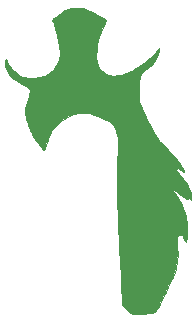
<source format=gbr>
%TF.GenerationSoftware,KiCad,Pcbnew,(6.0.4)*%
%TF.CreationDate,2022-09-08T21:09:09+03:00*%
%TF.ProjectId,purrCat2032,70757272-4361-4743-9230-33322e6b6963,rev?*%
%TF.SameCoordinates,Original*%
%TF.FileFunction,Legend,Top*%
%TF.FilePolarity,Positive*%
%FSLAX46Y46*%
G04 Gerber Fmt 4.6, Leading zero omitted, Abs format (unit mm)*
G04 Created by KiCad (PCBNEW (6.0.4)) date 2022-09-08 21:09:09*
%MOMM*%
%LPD*%
G01*
G04 APERTURE LIST*
%ADD10C,0.010000*%
G04 APERTURE END LIST*
%TO.C,Ref\u002A\u002A*%
G36*
X33883266Y-35951699D02*
G01*
X33978970Y-35955088D01*
X34056463Y-35962725D01*
X34127796Y-35976014D01*
X34205018Y-35996362D01*
X34244137Y-36007966D01*
X34425476Y-36065996D01*
X34601525Y-36129389D01*
X34777076Y-36200548D01*
X34956917Y-36281876D01*
X35145837Y-36375776D01*
X35348628Y-36484651D01*
X35570077Y-36610903D01*
X35814976Y-36756937D01*
X36088114Y-36925154D01*
X36152295Y-36965269D01*
X36169984Y-36977862D01*
X36178613Y-36993045D01*
X36176072Y-37017353D01*
X36160246Y-37057322D01*
X36129025Y-37119488D01*
X36080295Y-37210386D01*
X36062407Y-37243385D01*
X35882203Y-37601266D01*
X35726062Y-37964345D01*
X35596515Y-38325462D01*
X35496096Y-38677459D01*
X35427334Y-39013175D01*
X35420251Y-39059336D01*
X35407960Y-39160148D01*
X35395438Y-39292548D01*
X35383382Y-39445798D01*
X35372490Y-39609163D01*
X35363459Y-39771907D01*
X35356987Y-39923294D01*
X35353773Y-40052588D01*
X35353547Y-40085769D01*
X35356963Y-40197115D01*
X35366261Y-40313469D01*
X35379656Y-40414339D01*
X35384337Y-40439142D01*
X35438488Y-40631370D01*
X35518778Y-40825790D01*
X35619251Y-41011495D01*
X35733946Y-41177577D01*
X35856906Y-41313130D01*
X35866747Y-41322171D01*
X35960635Y-41395995D01*
X36078330Y-41472052D01*
X36208159Y-41544227D01*
X36338446Y-41606407D01*
X36457518Y-41652477D01*
X36538317Y-41673894D01*
X36699940Y-41691391D01*
X36889620Y-41692271D01*
X37096947Y-41677586D01*
X37311510Y-41648388D01*
X37522896Y-41605732D01*
X37703943Y-41556035D01*
X37838642Y-41511048D01*
X37967687Y-41462244D01*
X38096066Y-41406946D01*
X38228766Y-41342478D01*
X38370773Y-41266165D01*
X38527074Y-41175331D01*
X38702657Y-41067301D01*
X38902508Y-40939399D01*
X39123053Y-40794620D01*
X39419554Y-40591967D01*
X39679387Y-40400551D01*
X39905794Y-40217488D01*
X40102014Y-40039895D01*
X40271291Y-39864887D01*
X40416865Y-39689581D01*
X40508493Y-39562045D01*
X40565719Y-39479114D01*
X40615368Y-39410814D01*
X40652339Y-39363910D01*
X40671530Y-39345169D01*
X40672065Y-39345086D01*
X40687683Y-39363556D01*
X40688671Y-39414724D01*
X40676720Y-39492228D01*
X40653524Y-39589707D01*
X40620773Y-39700800D01*
X40580162Y-39819144D01*
X40533381Y-39938378D01*
X40486254Y-40043586D01*
X40405464Y-40200735D01*
X40313994Y-40359875D01*
X40217207Y-40512949D01*
X40120463Y-40651899D01*
X40029124Y-40768667D01*
X39948550Y-40855196D01*
X39942588Y-40860700D01*
X39884630Y-40909904D01*
X39801260Y-40976055D01*
X39701830Y-41051946D01*
X39595695Y-41130372D01*
X39547050Y-41165420D01*
X39403074Y-41271203D01*
X39290792Y-41362153D01*
X39205225Y-41444583D01*
X39141395Y-41524807D01*
X39094321Y-41609140D01*
X39059025Y-41703893D01*
X39030528Y-41815382D01*
X39029021Y-41822296D01*
X39011794Y-41924700D01*
X38996745Y-42058733D01*
X38983959Y-42218304D01*
X38973519Y-42397320D01*
X38965507Y-42589689D01*
X38960008Y-42789321D01*
X38957105Y-42990121D01*
X38956880Y-43186000D01*
X38959418Y-43370864D01*
X38964801Y-43538623D01*
X38973113Y-43683183D01*
X38984436Y-43798453D01*
X38998855Y-43878342D01*
X39000820Y-43885336D01*
X39029659Y-43972063D01*
X39073167Y-44089635D01*
X39128310Y-44230884D01*
X39192051Y-44388641D01*
X39261355Y-44555738D01*
X39333186Y-44725007D01*
X39404508Y-44889279D01*
X39472285Y-45041387D01*
X39533483Y-45174161D01*
X39585063Y-45280434D01*
X39617994Y-45342667D01*
X39676941Y-45448929D01*
X39747117Y-45578941D01*
X39820970Y-45718517D01*
X39890945Y-45853468D01*
X39912709Y-45896170D01*
X40048661Y-46158925D01*
X40182950Y-46408035D01*
X40312367Y-46637874D01*
X40433704Y-46842812D01*
X40543753Y-47017223D01*
X40596057Y-47094857D01*
X40687609Y-47220338D01*
X40777450Y-47327183D01*
X40878716Y-47429983D01*
X40982628Y-47524241D01*
X41135329Y-47664814D01*
X41308711Y-47836808D01*
X41499521Y-48036723D01*
X41704507Y-48261059D01*
X41920418Y-48506318D01*
X42144001Y-48769001D01*
X42184232Y-48817170D01*
X42288501Y-48943540D01*
X42370992Y-49047217D01*
X42437888Y-49137293D01*
X42495370Y-49222861D01*
X42549623Y-49313011D01*
X42606828Y-49416835D01*
X42657284Y-49512791D01*
X42719872Y-49639438D01*
X42757457Y-49732196D01*
X42769128Y-49791988D01*
X42753972Y-49819734D01*
X42711079Y-49816356D01*
X42639537Y-49782777D01*
X42538435Y-49719916D01*
X42486936Y-49685004D01*
X42394673Y-49624652D01*
X42315399Y-49579077D01*
X42256880Y-49552504D01*
X42233971Y-49547420D01*
X42181071Y-49558090D01*
X42129019Y-49583985D01*
X42093395Y-49615930D01*
X42086387Y-49634326D01*
X42100310Y-49656199D01*
X42138684Y-49702576D01*
X42196414Y-49767640D01*
X42268406Y-49845577D01*
X42309022Y-49888460D01*
X42479010Y-50077654D01*
X42636629Y-50277675D01*
X42786572Y-50495517D01*
X42933530Y-50738176D01*
X43082195Y-51012645D01*
X43141517Y-51129555D01*
X43211219Y-51273172D01*
X43262964Y-51391062D01*
X43300403Y-51493903D01*
X43327182Y-51592375D01*
X43346950Y-51697156D01*
X43355388Y-51755576D01*
X43364430Y-51838282D01*
X43371373Y-51930745D01*
X43375936Y-52023524D01*
X43377836Y-52107176D01*
X43376793Y-52172261D01*
X43372523Y-52209336D01*
X43369086Y-52214420D01*
X43350579Y-52200791D01*
X43312754Y-52166026D01*
X43286536Y-52140336D01*
X43239720Y-52097323D01*
X43203308Y-52070596D01*
X43192124Y-52066253D01*
X43163583Y-52077295D01*
X43115298Y-52105151D01*
X43092025Y-52120386D01*
X43038776Y-52151011D01*
X42997271Y-52165270D01*
X42986733Y-52164725D01*
X42963713Y-52149499D01*
X42912127Y-52111708D01*
X42836698Y-52054931D01*
X42742153Y-51982752D01*
X42633216Y-51898751D01*
X42529090Y-51817811D01*
X42362863Y-51688407D01*
X42226668Y-51583134D01*
X42117398Y-51499783D01*
X42031944Y-51436143D01*
X41967199Y-51390005D01*
X41920055Y-51359160D01*
X41887403Y-51341397D01*
X41866136Y-51334508D01*
X41853146Y-51336284D01*
X41852389Y-51336722D01*
X41838150Y-51356171D01*
X41840803Y-51389502D01*
X41862230Y-51440086D01*
X41904316Y-51511295D01*
X41968944Y-51606501D01*
X42057996Y-51729075D01*
X42111599Y-51800787D01*
X42257097Y-52003456D01*
X42382516Y-52200189D01*
X42493846Y-52402111D01*
X42597078Y-52620342D01*
X42698203Y-52866007D01*
X42729526Y-52948049D01*
X42795666Y-53128877D01*
X42850197Y-53291337D01*
X42894328Y-53442645D01*
X42929266Y-53590018D01*
X42956219Y-53740675D01*
X42976397Y-53901832D01*
X42991005Y-54080707D01*
X43001253Y-54284516D01*
X43008349Y-54520479D01*
X43010613Y-54627420D01*
X43013814Y-54888547D01*
X43012804Y-55117563D01*
X43007679Y-55312789D01*
X42998536Y-55472549D01*
X42985470Y-55595164D01*
X42968578Y-55678959D01*
X42947956Y-55722255D01*
X42947940Y-55722271D01*
X42923585Y-55738496D01*
X42899412Y-55726643D01*
X42873755Y-55696870D01*
X42844259Y-55647645D01*
X42810771Y-55574488D01*
X42783531Y-55501764D01*
X42726126Y-55371266D01*
X42653402Y-55271581D01*
X42569596Y-55204682D01*
X42478943Y-55172541D01*
X42385677Y-55177131D01*
X42294036Y-55220423D01*
X42252826Y-55254609D01*
X42219932Y-55290556D01*
X42194497Y-55331204D01*
X42176178Y-55381355D01*
X42164631Y-55445813D01*
X42159513Y-55529379D01*
X42160480Y-55636856D01*
X42167188Y-55773046D01*
X42179294Y-55942753D01*
X42192254Y-56101367D01*
X42209020Y-56311053D01*
X42220804Y-56486934D01*
X42227929Y-56637201D01*
X42230717Y-56770048D01*
X42229490Y-56893669D01*
X42226617Y-56974646D01*
X42206355Y-57252953D01*
X42171146Y-57539137D01*
X42122894Y-57823525D01*
X42063506Y-58096444D01*
X41994886Y-58348219D01*
X41918940Y-58569178D01*
X41906361Y-58600717D01*
X41878214Y-58665393D01*
X41834375Y-58760355D01*
X41776589Y-58882137D01*
X41706602Y-59027270D01*
X41626159Y-59192289D01*
X41537004Y-59373726D01*
X41440883Y-59568113D01*
X41339542Y-59771985D01*
X41234724Y-59981873D01*
X41128175Y-60194311D01*
X41021641Y-60405831D01*
X40916866Y-60612967D01*
X40815595Y-60812252D01*
X40719574Y-61000218D01*
X40630548Y-61173398D01*
X40550261Y-61328326D01*
X40480460Y-61461533D01*
X40422888Y-61569554D01*
X40379291Y-61648921D01*
X40351415Y-61696167D01*
X40342236Y-61708240D01*
X40304584Y-61722820D01*
X40234809Y-61741027D01*
X40142704Y-61760589D01*
X40038067Y-61779231D01*
X40032962Y-61780053D01*
X39752960Y-61821797D01*
X39489330Y-61854907D01*
X39246500Y-61879048D01*
X39028903Y-61893886D01*
X38840969Y-61899086D01*
X38687131Y-61894311D01*
X38617424Y-61887141D01*
X38457244Y-61848371D01*
X38288750Y-61774825D01*
X38109903Y-61665302D01*
X37918662Y-61518604D01*
X37772955Y-61390032D01*
X37681614Y-61303153D01*
X37616322Y-61231703D01*
X37572123Y-61164995D01*
X37544059Y-61092340D01*
X37527172Y-61003048D01*
X37516504Y-60886432D01*
X37512835Y-60829209D01*
X37504461Y-60680212D01*
X37495110Y-60494254D01*
X37485008Y-60276689D01*
X37474381Y-60032870D01*
X37463454Y-59768153D01*
X37452454Y-59487892D01*
X37441605Y-59197442D01*
X37431134Y-58902156D01*
X37428989Y-58839586D01*
X37421338Y-58639169D01*
X37411463Y-58417251D01*
X37400055Y-58187263D01*
X37387806Y-57962634D01*
X37375406Y-57756797D01*
X37366398Y-57622503D01*
X37351737Y-57411915D01*
X37338298Y-57209204D01*
X37325741Y-57008123D01*
X37313726Y-56802427D01*
X37301912Y-56585872D01*
X37289960Y-56352211D01*
X37277528Y-56095199D01*
X37264277Y-55808591D01*
X37249866Y-55486141D01*
X37249334Y-55474086D01*
X37239870Y-55260259D01*
X37229287Y-55022729D01*
X37218167Y-54774446D01*
X37207091Y-54528361D01*
X37196641Y-54297426D01*
X37187398Y-54094591D01*
X37186597Y-54077086D01*
X37177659Y-53874282D01*
X37168047Y-53642655D01*
X37158284Y-53395701D01*
X37148890Y-53146914D01*
X37140389Y-52909789D01*
X37133410Y-52701253D01*
X37126806Y-52497016D01*
X37119491Y-52275287D01*
X37111858Y-52047779D01*
X37104306Y-51826200D01*
X37097230Y-51622262D01*
X37091026Y-51447676D01*
X37090432Y-51431253D01*
X37074640Y-50885707D01*
X37068352Y-50374250D01*
X37071720Y-49889685D01*
X37084897Y-49424813D01*
X37108034Y-48972437D01*
X37141283Y-48525359D01*
X37154975Y-48372670D01*
X37180999Y-48041697D01*
X37193546Y-47742368D01*
X37192386Y-47466119D01*
X37177290Y-47204385D01*
X37148026Y-46948603D01*
X37110558Y-46722635D01*
X37058981Y-46483044D01*
X36999321Y-46278784D01*
X36927768Y-46103067D01*
X36840513Y-45949107D01*
X36733745Y-45810117D01*
X36603655Y-45679309D01*
X36456620Y-45557685D01*
X36383322Y-45503847D01*
X36324310Y-45469726D01*
X36262853Y-45448324D01*
X36182222Y-45432644D01*
X36143791Y-45426834D01*
X36057272Y-45412210D01*
X35988205Y-45393782D01*
X35922497Y-45365940D01*
X35846057Y-45323071D01*
X35779874Y-45281915D01*
X35488431Y-45121787D01*
X35169813Y-44993758D01*
X34955535Y-44929650D01*
X34867435Y-44907062D01*
X34793564Y-44890417D01*
X34724647Y-44878790D01*
X34651406Y-44871254D01*
X34564568Y-44866883D01*
X34454855Y-44864750D01*
X34312993Y-44863929D01*
X34297053Y-44863885D01*
X34064376Y-44866366D01*
X33865274Y-44876270D01*
X33691381Y-44895265D01*
X33534331Y-44925022D01*
X33385758Y-44967210D01*
X33237297Y-45023498D01*
X33080582Y-45095556D01*
X33043445Y-45114054D01*
X32803218Y-45244937D01*
X32580898Y-45387914D01*
X32367544Y-45549730D01*
X32154211Y-45737135D01*
X31946851Y-45941478D01*
X31824846Y-46069485D01*
X31719803Y-46186068D01*
X31629048Y-46296419D01*
X31549904Y-46405731D01*
X31479696Y-46519194D01*
X31415748Y-46642002D01*
X31355384Y-46779345D01*
X31295927Y-46936415D01*
X31234704Y-47118405D01*
X31169036Y-47330507D01*
X31096249Y-47577911D01*
X31087058Y-47609702D01*
X31036789Y-47767552D01*
X30988916Y-47883997D01*
X30942952Y-47959867D01*
X30898412Y-47995992D01*
X30860862Y-47995900D01*
X30832837Y-47972379D01*
X30785157Y-47918104D01*
X30721182Y-47837853D01*
X30644275Y-47736400D01*
X30557796Y-47618523D01*
X30465107Y-47488998D01*
X30369569Y-47352600D01*
X30274544Y-47214106D01*
X30183393Y-47078292D01*
X30099478Y-46949934D01*
X30026159Y-46833808D01*
X29966799Y-46734691D01*
X29941731Y-46689920D01*
X29883859Y-46574117D01*
X29818136Y-46427804D01*
X29747469Y-46258845D01*
X29674766Y-46075101D01*
X29602934Y-45884437D01*
X29534881Y-45694715D01*
X29473514Y-45513798D01*
X29421742Y-45349549D01*
X29382472Y-45209831D01*
X29362518Y-45123586D01*
X29351780Y-45044309D01*
X29343651Y-44933515D01*
X29338707Y-44801972D01*
X29337527Y-44660449D01*
X29337543Y-44657920D01*
X29338833Y-44541368D01*
X29342099Y-44445187D01*
X29349073Y-44361379D01*
X29361488Y-44281946D01*
X29381074Y-44198891D01*
X29409564Y-44104216D01*
X29448690Y-43989922D01*
X29500183Y-43848014D01*
X29531018Y-43764450D01*
X29616141Y-43511789D01*
X29673058Y-43290366D01*
X29701808Y-43099889D01*
X29702431Y-42940062D01*
X29674967Y-42810593D01*
X29663675Y-42782843D01*
X29648548Y-42752712D01*
X29629819Y-42726561D01*
X29602109Y-42700887D01*
X29560038Y-42672185D01*
X29498229Y-42636952D01*
X29411302Y-42591686D01*
X29293878Y-42532882D01*
X29235514Y-42503969D01*
X28927706Y-42342671D01*
X28651408Y-42177980D01*
X28395925Y-42003204D01*
X28220594Y-41868750D01*
X28118486Y-41781630D01*
X28039676Y-41699872D01*
X27970442Y-41608308D01*
X27933184Y-41551006D01*
X27835200Y-41379703D01*
X27749400Y-41200758D01*
X27679864Y-41024372D01*
X27630671Y-40860741D01*
X27607651Y-40737174D01*
X27597519Y-40599764D01*
X27600220Y-40483705D01*
X27614789Y-40393366D01*
X27640265Y-40333116D01*
X27675683Y-40307324D01*
X27701780Y-40310386D01*
X27721788Y-40333669D01*
X27752128Y-40387256D01*
X27787892Y-40461961D01*
X27809277Y-40511567D01*
X27900016Y-40701663D01*
X28011323Y-40879993D01*
X28148049Y-41052639D01*
X28315043Y-41225678D01*
X28517158Y-41405192D01*
X28532232Y-41417732D01*
X28726864Y-41568214D01*
X28911393Y-41685996D01*
X29096046Y-41775508D01*
X29291053Y-41841183D01*
X29506643Y-41887450D01*
X29668355Y-41909873D01*
X29908335Y-41920680D01*
X30175870Y-41901461D01*
X30468884Y-41852423D01*
X30645803Y-41811388D01*
X30839812Y-41759187D01*
X30999845Y-41708064D01*
X31133910Y-41653671D01*
X31250013Y-41591657D01*
X31356163Y-41517673D01*
X31460367Y-41427372D01*
X31570634Y-41316404D01*
X31584659Y-41301487D01*
X31741868Y-41119328D01*
X31884446Y-40926273D01*
X32008050Y-40729674D01*
X32108336Y-40536881D01*
X32180963Y-40355245D01*
X32213259Y-40237540D01*
X32228291Y-40134678D01*
X32237994Y-39999788D01*
X32242386Y-39842837D01*
X32241485Y-39673793D01*
X32235308Y-39502622D01*
X32223875Y-39339291D01*
X32211413Y-39224462D01*
X32132787Y-38734789D01*
X32024303Y-38236690D01*
X31889569Y-37744396D01*
X31732194Y-37272142D01*
X31683915Y-37143762D01*
X31606241Y-36942688D01*
X31665952Y-36889336D01*
X31720374Y-36844488D01*
X31802689Y-36781396D01*
X31905564Y-36705295D01*
X32021666Y-36621420D01*
X32143663Y-36535005D01*
X32264220Y-36451286D01*
X32376007Y-36375497D01*
X32471689Y-36312873D01*
X32487303Y-36302982D01*
X32728478Y-36168346D01*
X32972401Y-36068065D01*
X33227046Y-35999932D01*
X33500385Y-35961738D01*
X33757303Y-35951149D01*
X33883266Y-35951699D01*
G37*
D10*
X33883266Y-35951699D02*
X33978970Y-35955088D01*
X34056463Y-35962725D01*
X34127796Y-35976014D01*
X34205018Y-35996362D01*
X34244137Y-36007966D01*
X34425476Y-36065996D01*
X34601525Y-36129389D01*
X34777076Y-36200548D01*
X34956917Y-36281876D01*
X35145837Y-36375776D01*
X35348628Y-36484651D01*
X35570077Y-36610903D01*
X35814976Y-36756937D01*
X36088114Y-36925154D01*
X36152295Y-36965269D01*
X36169984Y-36977862D01*
X36178613Y-36993045D01*
X36176072Y-37017353D01*
X36160246Y-37057322D01*
X36129025Y-37119488D01*
X36080295Y-37210386D01*
X36062407Y-37243385D01*
X35882203Y-37601266D01*
X35726062Y-37964345D01*
X35596515Y-38325462D01*
X35496096Y-38677459D01*
X35427334Y-39013175D01*
X35420251Y-39059336D01*
X35407960Y-39160148D01*
X35395438Y-39292548D01*
X35383382Y-39445798D01*
X35372490Y-39609163D01*
X35363459Y-39771907D01*
X35356987Y-39923294D01*
X35353773Y-40052588D01*
X35353547Y-40085769D01*
X35356963Y-40197115D01*
X35366261Y-40313469D01*
X35379656Y-40414339D01*
X35384337Y-40439142D01*
X35438488Y-40631370D01*
X35518778Y-40825790D01*
X35619251Y-41011495D01*
X35733946Y-41177577D01*
X35856906Y-41313130D01*
X35866747Y-41322171D01*
X35960635Y-41395995D01*
X36078330Y-41472052D01*
X36208159Y-41544227D01*
X36338446Y-41606407D01*
X36457518Y-41652477D01*
X36538317Y-41673894D01*
X36699940Y-41691391D01*
X36889620Y-41692271D01*
X37096947Y-41677586D01*
X37311510Y-41648388D01*
X37522896Y-41605732D01*
X37703943Y-41556035D01*
X37838642Y-41511048D01*
X37967687Y-41462244D01*
X38096066Y-41406946D01*
X38228766Y-41342478D01*
X38370773Y-41266165D01*
X38527074Y-41175331D01*
X38702657Y-41067301D01*
X38902508Y-40939399D01*
X39123053Y-40794620D01*
X39419554Y-40591967D01*
X39679387Y-40400551D01*
X39905794Y-40217488D01*
X40102014Y-40039895D01*
X40271291Y-39864887D01*
X40416865Y-39689581D01*
X40508493Y-39562045D01*
X40565719Y-39479114D01*
X40615368Y-39410814D01*
X40652339Y-39363910D01*
X40671530Y-39345169D01*
X40672065Y-39345086D01*
X40687683Y-39363556D01*
X40688671Y-39414724D01*
X40676720Y-39492228D01*
X40653524Y-39589707D01*
X40620773Y-39700800D01*
X40580162Y-39819144D01*
X40533381Y-39938378D01*
X40486254Y-40043586D01*
X40405464Y-40200735D01*
X40313994Y-40359875D01*
X40217207Y-40512949D01*
X40120463Y-40651899D01*
X40029124Y-40768667D01*
X39948550Y-40855196D01*
X39942588Y-40860700D01*
X39884630Y-40909904D01*
X39801260Y-40976055D01*
X39701830Y-41051946D01*
X39595695Y-41130372D01*
X39547050Y-41165420D01*
X39403074Y-41271203D01*
X39290792Y-41362153D01*
X39205225Y-41444583D01*
X39141395Y-41524807D01*
X39094321Y-41609140D01*
X39059025Y-41703893D01*
X39030528Y-41815382D01*
X39029021Y-41822296D01*
X39011794Y-41924700D01*
X38996745Y-42058733D01*
X38983959Y-42218304D01*
X38973519Y-42397320D01*
X38965507Y-42589689D01*
X38960008Y-42789321D01*
X38957105Y-42990121D01*
X38956880Y-43186000D01*
X38959418Y-43370864D01*
X38964801Y-43538623D01*
X38973113Y-43683183D01*
X38984436Y-43798453D01*
X38998855Y-43878342D01*
X39000820Y-43885336D01*
X39029659Y-43972063D01*
X39073167Y-44089635D01*
X39128310Y-44230884D01*
X39192051Y-44388641D01*
X39261355Y-44555738D01*
X39333186Y-44725007D01*
X39404508Y-44889279D01*
X39472285Y-45041387D01*
X39533483Y-45174161D01*
X39585063Y-45280434D01*
X39617994Y-45342667D01*
X39676941Y-45448929D01*
X39747117Y-45578941D01*
X39820970Y-45718517D01*
X39890945Y-45853468D01*
X39912709Y-45896170D01*
X40048661Y-46158925D01*
X40182950Y-46408035D01*
X40312367Y-46637874D01*
X40433704Y-46842812D01*
X40543753Y-47017223D01*
X40596057Y-47094857D01*
X40687609Y-47220338D01*
X40777450Y-47327183D01*
X40878716Y-47429983D01*
X40982628Y-47524241D01*
X41135329Y-47664814D01*
X41308711Y-47836808D01*
X41499521Y-48036723D01*
X41704507Y-48261059D01*
X41920418Y-48506318D01*
X42144001Y-48769001D01*
X42184232Y-48817170D01*
X42288501Y-48943540D01*
X42370992Y-49047217D01*
X42437888Y-49137293D01*
X42495370Y-49222861D01*
X42549623Y-49313011D01*
X42606828Y-49416835D01*
X42657284Y-49512791D01*
X42719872Y-49639438D01*
X42757457Y-49732196D01*
X42769128Y-49791988D01*
X42753972Y-49819734D01*
X42711079Y-49816356D01*
X42639537Y-49782777D01*
X42538435Y-49719916D01*
X42486936Y-49685004D01*
X42394673Y-49624652D01*
X42315399Y-49579077D01*
X42256880Y-49552504D01*
X42233971Y-49547420D01*
X42181071Y-49558090D01*
X42129019Y-49583985D01*
X42093395Y-49615930D01*
X42086387Y-49634326D01*
X42100310Y-49656199D01*
X42138684Y-49702576D01*
X42196414Y-49767640D01*
X42268406Y-49845577D01*
X42309022Y-49888460D01*
X42479010Y-50077654D01*
X42636629Y-50277675D01*
X42786572Y-50495517D01*
X42933530Y-50738176D01*
X43082195Y-51012645D01*
X43141517Y-51129555D01*
X43211219Y-51273172D01*
X43262964Y-51391062D01*
X43300403Y-51493903D01*
X43327182Y-51592375D01*
X43346950Y-51697156D01*
X43355388Y-51755576D01*
X43364430Y-51838282D01*
X43371373Y-51930745D01*
X43375936Y-52023524D01*
X43377836Y-52107176D01*
X43376793Y-52172261D01*
X43372523Y-52209336D01*
X43369086Y-52214420D01*
X43350579Y-52200791D01*
X43312754Y-52166026D01*
X43286536Y-52140336D01*
X43239720Y-52097323D01*
X43203308Y-52070596D01*
X43192124Y-52066253D01*
X43163583Y-52077295D01*
X43115298Y-52105151D01*
X43092025Y-52120386D01*
X43038776Y-52151011D01*
X42997271Y-52165270D01*
X42986733Y-52164725D01*
X42963713Y-52149499D01*
X42912127Y-52111708D01*
X42836698Y-52054931D01*
X42742153Y-51982752D01*
X42633216Y-51898751D01*
X42529090Y-51817811D01*
X42362863Y-51688407D01*
X42226668Y-51583134D01*
X42117398Y-51499783D01*
X42031944Y-51436143D01*
X41967199Y-51390005D01*
X41920055Y-51359160D01*
X41887403Y-51341397D01*
X41866136Y-51334508D01*
X41853146Y-51336284D01*
X41852389Y-51336722D01*
X41838150Y-51356171D01*
X41840803Y-51389502D01*
X41862230Y-51440086D01*
X41904316Y-51511295D01*
X41968944Y-51606501D01*
X42057996Y-51729075D01*
X42111599Y-51800787D01*
X42257097Y-52003456D01*
X42382516Y-52200189D01*
X42493846Y-52402111D01*
X42597078Y-52620342D01*
X42698203Y-52866007D01*
X42729526Y-52948049D01*
X42795666Y-53128877D01*
X42850197Y-53291337D01*
X42894328Y-53442645D01*
X42929266Y-53590018D01*
X42956219Y-53740675D01*
X42976397Y-53901832D01*
X42991005Y-54080707D01*
X43001253Y-54284516D01*
X43008349Y-54520479D01*
X43010613Y-54627420D01*
X43013814Y-54888547D01*
X43012804Y-55117563D01*
X43007679Y-55312789D01*
X42998536Y-55472549D01*
X42985470Y-55595164D01*
X42968578Y-55678959D01*
X42947956Y-55722255D01*
X42947940Y-55722271D01*
X42923585Y-55738496D01*
X42899412Y-55726643D01*
X42873755Y-55696870D01*
X42844259Y-55647645D01*
X42810771Y-55574488D01*
X42783531Y-55501764D01*
X42726126Y-55371266D01*
X42653402Y-55271581D01*
X42569596Y-55204682D01*
X42478943Y-55172541D01*
X42385677Y-55177131D01*
X42294036Y-55220423D01*
X42252826Y-55254609D01*
X42219932Y-55290556D01*
X42194497Y-55331204D01*
X42176178Y-55381355D01*
X42164631Y-55445813D01*
X42159513Y-55529379D01*
X42160480Y-55636856D01*
X42167188Y-55773046D01*
X42179294Y-55942753D01*
X42192254Y-56101367D01*
X42209020Y-56311053D01*
X42220804Y-56486934D01*
X42227929Y-56637201D01*
X42230717Y-56770048D01*
X42229490Y-56893669D01*
X42226617Y-56974646D01*
X42206355Y-57252953D01*
X42171146Y-57539137D01*
X42122894Y-57823525D01*
X42063506Y-58096444D01*
X41994886Y-58348219D01*
X41918940Y-58569178D01*
X41906361Y-58600717D01*
X41878214Y-58665393D01*
X41834375Y-58760355D01*
X41776589Y-58882137D01*
X41706602Y-59027270D01*
X41626159Y-59192289D01*
X41537004Y-59373726D01*
X41440883Y-59568113D01*
X41339542Y-59771985D01*
X41234724Y-59981873D01*
X41128175Y-60194311D01*
X41021641Y-60405831D01*
X40916866Y-60612967D01*
X40815595Y-60812252D01*
X40719574Y-61000218D01*
X40630548Y-61173398D01*
X40550261Y-61328326D01*
X40480460Y-61461533D01*
X40422888Y-61569554D01*
X40379291Y-61648921D01*
X40351415Y-61696167D01*
X40342236Y-61708240D01*
X40304584Y-61722820D01*
X40234809Y-61741027D01*
X40142704Y-61760589D01*
X40038067Y-61779231D01*
X40032962Y-61780053D01*
X39752960Y-61821797D01*
X39489330Y-61854907D01*
X39246500Y-61879048D01*
X39028903Y-61893886D01*
X38840969Y-61899086D01*
X38687131Y-61894311D01*
X38617424Y-61887141D01*
X38457244Y-61848371D01*
X38288750Y-61774825D01*
X38109903Y-61665302D01*
X37918662Y-61518604D01*
X37772955Y-61390032D01*
X37681614Y-61303153D01*
X37616322Y-61231703D01*
X37572123Y-61164995D01*
X37544059Y-61092340D01*
X37527172Y-61003048D01*
X37516504Y-60886432D01*
X37512835Y-60829209D01*
X37504461Y-60680212D01*
X37495110Y-60494254D01*
X37485008Y-60276689D01*
X37474381Y-60032870D01*
X37463454Y-59768153D01*
X37452454Y-59487892D01*
X37441605Y-59197442D01*
X37431134Y-58902156D01*
X37428989Y-58839586D01*
X37421338Y-58639169D01*
X37411463Y-58417251D01*
X37400055Y-58187263D01*
X37387806Y-57962634D01*
X37375406Y-57756797D01*
X37366398Y-57622503D01*
X37351737Y-57411915D01*
X37338298Y-57209204D01*
X37325741Y-57008123D01*
X37313726Y-56802427D01*
X37301912Y-56585872D01*
X37289960Y-56352211D01*
X37277528Y-56095199D01*
X37264277Y-55808591D01*
X37249866Y-55486141D01*
X37249334Y-55474086D01*
X37239870Y-55260259D01*
X37229287Y-55022729D01*
X37218167Y-54774446D01*
X37207091Y-54528361D01*
X37196641Y-54297426D01*
X37187398Y-54094591D01*
X37186597Y-54077086D01*
X37177659Y-53874282D01*
X37168047Y-53642655D01*
X37158284Y-53395701D01*
X37148890Y-53146914D01*
X37140389Y-52909789D01*
X37133410Y-52701253D01*
X37126806Y-52497016D01*
X37119491Y-52275287D01*
X37111858Y-52047779D01*
X37104306Y-51826200D01*
X37097230Y-51622262D01*
X37091026Y-51447676D01*
X37090432Y-51431253D01*
X37074640Y-50885707D01*
X37068352Y-50374250D01*
X37071720Y-49889685D01*
X37084897Y-49424813D01*
X37108034Y-48972437D01*
X37141283Y-48525359D01*
X37154975Y-48372670D01*
X37180999Y-48041697D01*
X37193546Y-47742368D01*
X37192386Y-47466119D01*
X37177290Y-47204385D01*
X37148026Y-46948603D01*
X37110558Y-46722635D01*
X37058981Y-46483044D01*
X36999321Y-46278784D01*
X36927768Y-46103067D01*
X36840513Y-45949107D01*
X36733745Y-45810117D01*
X36603655Y-45679309D01*
X36456620Y-45557685D01*
X36383322Y-45503847D01*
X36324310Y-45469726D01*
X36262853Y-45448324D01*
X36182222Y-45432644D01*
X36143791Y-45426834D01*
X36057272Y-45412210D01*
X35988205Y-45393782D01*
X35922497Y-45365940D01*
X35846057Y-45323071D01*
X35779874Y-45281915D01*
X35488431Y-45121787D01*
X35169813Y-44993758D01*
X34955535Y-44929650D01*
X34867435Y-44907062D01*
X34793564Y-44890417D01*
X34724647Y-44878790D01*
X34651406Y-44871254D01*
X34564568Y-44866883D01*
X34454855Y-44864750D01*
X34312993Y-44863929D01*
X34297053Y-44863885D01*
X34064376Y-44866366D01*
X33865274Y-44876270D01*
X33691381Y-44895265D01*
X33534331Y-44925022D01*
X33385758Y-44967210D01*
X33237297Y-45023498D01*
X33080582Y-45095556D01*
X33043445Y-45114054D01*
X32803218Y-45244937D01*
X32580898Y-45387914D01*
X32367544Y-45549730D01*
X32154211Y-45737135D01*
X31946851Y-45941478D01*
X31824846Y-46069485D01*
X31719803Y-46186068D01*
X31629048Y-46296419D01*
X31549904Y-46405731D01*
X31479696Y-46519194D01*
X31415748Y-46642002D01*
X31355384Y-46779345D01*
X31295927Y-46936415D01*
X31234704Y-47118405D01*
X31169036Y-47330507D01*
X31096249Y-47577911D01*
X31087058Y-47609702D01*
X31036789Y-47767552D01*
X30988916Y-47883997D01*
X30942952Y-47959867D01*
X30898412Y-47995992D01*
X30860862Y-47995900D01*
X30832837Y-47972379D01*
X30785157Y-47918104D01*
X30721182Y-47837853D01*
X30644275Y-47736400D01*
X30557796Y-47618523D01*
X30465107Y-47488998D01*
X30369569Y-47352600D01*
X30274544Y-47214106D01*
X30183393Y-47078292D01*
X30099478Y-46949934D01*
X30026159Y-46833808D01*
X29966799Y-46734691D01*
X29941731Y-46689920D01*
X29883859Y-46574117D01*
X29818136Y-46427804D01*
X29747469Y-46258845D01*
X29674766Y-46075101D01*
X29602934Y-45884437D01*
X29534881Y-45694715D01*
X29473514Y-45513798D01*
X29421742Y-45349549D01*
X29382472Y-45209831D01*
X29362518Y-45123586D01*
X29351780Y-45044309D01*
X29343651Y-44933515D01*
X29338707Y-44801972D01*
X29337527Y-44660449D01*
X29337543Y-44657920D01*
X29338833Y-44541368D01*
X29342099Y-44445187D01*
X29349073Y-44361379D01*
X29361488Y-44281946D01*
X29381074Y-44198891D01*
X29409564Y-44104216D01*
X29448690Y-43989922D01*
X29500183Y-43848014D01*
X29531018Y-43764450D01*
X29616141Y-43511789D01*
X29673058Y-43290366D01*
X29701808Y-43099889D01*
X29702431Y-42940062D01*
X29674967Y-42810593D01*
X29663675Y-42782843D01*
X29648548Y-42752712D01*
X29629819Y-42726561D01*
X29602109Y-42700887D01*
X29560038Y-42672185D01*
X29498229Y-42636952D01*
X29411302Y-42591686D01*
X29293878Y-42532882D01*
X29235514Y-42503969D01*
X28927706Y-42342671D01*
X28651408Y-42177980D01*
X28395925Y-42003204D01*
X28220594Y-41868750D01*
X28118486Y-41781630D01*
X28039676Y-41699872D01*
X27970442Y-41608308D01*
X27933184Y-41551006D01*
X27835200Y-41379703D01*
X27749400Y-41200758D01*
X27679864Y-41024372D01*
X27630671Y-40860741D01*
X27607651Y-40737174D01*
X27597519Y-40599764D01*
X27600220Y-40483705D01*
X27614789Y-40393366D01*
X27640265Y-40333116D01*
X27675683Y-40307324D01*
X27701780Y-40310386D01*
X27721788Y-40333669D01*
X27752128Y-40387256D01*
X27787892Y-40461961D01*
X27809277Y-40511567D01*
X27900016Y-40701663D01*
X28011323Y-40879993D01*
X28148049Y-41052639D01*
X28315043Y-41225678D01*
X28517158Y-41405192D01*
X28532232Y-41417732D01*
X28726864Y-41568214D01*
X28911393Y-41685996D01*
X29096046Y-41775508D01*
X29291053Y-41841183D01*
X29506643Y-41887450D01*
X29668355Y-41909873D01*
X29908335Y-41920680D01*
X30175870Y-41901461D01*
X30468884Y-41852423D01*
X30645803Y-41811388D01*
X30839812Y-41759187D01*
X30999845Y-41708064D01*
X31133910Y-41653671D01*
X31250013Y-41591657D01*
X31356163Y-41517673D01*
X31460367Y-41427372D01*
X31570634Y-41316404D01*
X31584659Y-41301487D01*
X31741868Y-41119328D01*
X31884446Y-40926273D01*
X32008050Y-40729674D01*
X32108336Y-40536881D01*
X32180963Y-40355245D01*
X32213259Y-40237540D01*
X32228291Y-40134678D01*
X32237994Y-39999788D01*
X32242386Y-39842837D01*
X32241485Y-39673793D01*
X32235308Y-39502622D01*
X32223875Y-39339291D01*
X32211413Y-39224462D01*
X32132787Y-38734789D01*
X32024303Y-38236690D01*
X31889569Y-37744396D01*
X31732194Y-37272142D01*
X31683915Y-37143762D01*
X31606241Y-36942688D01*
X31665952Y-36889336D01*
X31720374Y-36844488D01*
X31802689Y-36781396D01*
X31905564Y-36705295D01*
X32021666Y-36621420D01*
X32143663Y-36535005D01*
X32264220Y-36451286D01*
X32376007Y-36375497D01*
X32471689Y-36312873D01*
X32487303Y-36302982D01*
X32728478Y-36168346D01*
X32972401Y-36068065D01*
X33227046Y-35999932D01*
X33500385Y-35961738D01*
X33757303Y-35951149D01*
X33883266Y-35951699D01*
%TD*%
M02*

</source>
